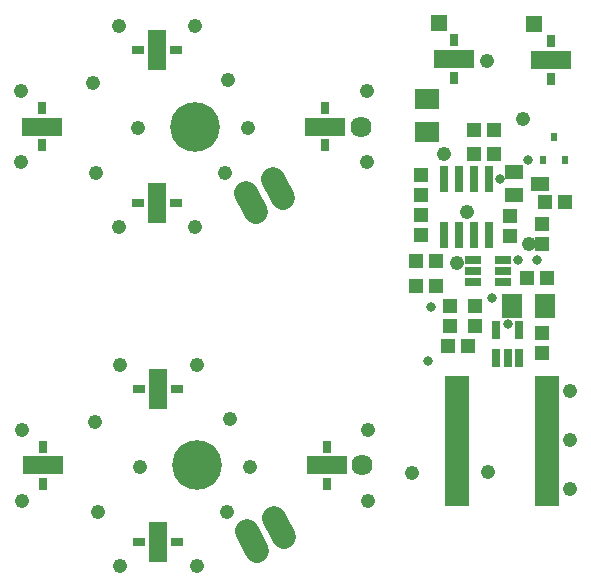
<source format=gts>
G75*
G70*
%OFA0B0*%
%FSLAX24Y24*%
%IPPOS*%
%LPD*%
%AMOC8*
5,1,8,0,0,1.08239X$1,22.5*
%
%ADD10C,0.1655*%
%ADD11C,0.0705*%
%ADD12R,0.1379X0.0592*%
%ADD13R,0.0277X0.0434*%
%ADD14R,0.0592X0.1379*%
%ADD15R,0.0434X0.0277*%
%ADD16C,0.0789*%
%ADD17R,0.0300X0.0600*%
%ADD18R,0.0710X0.0789*%
%ADD19R,0.0790X0.0710*%
%ADD20R,0.0220X0.0285*%
%ADD21R,0.0225X0.0285*%
%ADD22R,0.0580X0.0300*%
%ADD23R,0.0513X0.0474*%
%ADD24R,0.0474X0.0513*%
%ADD25C,0.0330*%
%ADD26R,0.0631X0.0474*%
%ADD27R,0.0300X0.0860*%
%ADD28R,0.0830X0.4330*%
%ADD29C,0.0476*%
%ADD30R,0.0580X0.0580*%
D10*
X007116Y010493D03*
X007077Y021792D03*
D11*
X012588Y021792D03*
X012627Y010493D03*
D12*
X011446Y010493D03*
X001997Y010493D03*
X001958Y021792D03*
X011407Y021792D03*
X015679Y024052D03*
X018939Y024002D03*
D13*
X018939Y023372D03*
X018939Y024632D03*
X015679Y024682D03*
X015679Y023422D03*
X011407Y022422D03*
X011407Y021163D03*
X011446Y011123D03*
X011446Y009863D03*
X001997Y009863D03*
X001997Y011123D03*
X001958Y021163D03*
X001958Y022422D03*
D14*
X005797Y024351D03*
X005797Y019233D03*
X005836Y013052D03*
X005836Y007934D03*
D15*
X006466Y007934D03*
X005206Y007934D03*
X005206Y013052D03*
X006466Y013052D03*
X006426Y019233D03*
X005167Y019233D03*
X005167Y024351D03*
X006426Y024351D03*
D16*
X009670Y020030D02*
X009981Y019393D01*
X009082Y018955D02*
X008771Y019592D01*
X009710Y008731D02*
X010020Y008094D01*
X009121Y007656D02*
X008811Y008293D01*
D17*
X017109Y014092D03*
X017479Y014092D03*
X017849Y014092D03*
X017849Y015012D03*
X017109Y015012D03*
D18*
X017618Y015822D03*
X018720Y015822D03*
D19*
X014779Y021593D03*
X014779Y022712D03*
D20*
X019029Y021452D03*
D21*
X018658Y020677D03*
X019401Y020677D03*
D22*
X017339Y017342D03*
X017339Y016972D03*
X017339Y016602D03*
X016319Y016602D03*
X016319Y016972D03*
X016319Y017342D03*
D23*
X015104Y016492D03*
X015549Y015797D03*
X015549Y015128D03*
X016389Y015138D03*
X016389Y015807D03*
X018135Y016732D03*
X018804Y016732D03*
X018639Y017878D03*
X018639Y018547D03*
X014599Y019498D03*
X014599Y020167D03*
X014435Y016492D03*
D24*
X014435Y017322D03*
X015104Y017322D03*
X014609Y018178D03*
X014609Y018847D03*
X016355Y020872D03*
X017024Y020872D03*
X017024Y021692D03*
X016355Y021692D03*
X018725Y019262D03*
X019394Y019262D03*
X017569Y018797D03*
X017569Y018128D03*
X018619Y014907D03*
X018619Y014238D03*
X016174Y014462D03*
X015505Y014462D03*
D25*
X014819Y013982D03*
X014919Y015792D03*
X016949Y016092D03*
X017499Y015212D03*
X017839Y017342D03*
X018469Y017332D03*
X017229Y020042D03*
X018159Y020682D03*
D26*
X017706Y020266D03*
X017706Y019518D03*
X018572Y019892D03*
D27*
X016849Y020042D03*
X016349Y020042D03*
X015849Y020042D03*
X015349Y020042D03*
X015349Y018182D03*
X015849Y018182D03*
X016349Y018182D03*
X016849Y018182D03*
D28*
X015804Y011322D03*
X018804Y011322D03*
D29*
X004556Y007147D03*
X003816Y008956D03*
X005216Y010456D03*
X003716Y011956D03*
X004556Y013840D03*
X007115Y013840D03*
X008216Y012056D03*
X008885Y010456D03*
X008116Y008956D03*
X007115Y007147D03*
X012824Y009312D03*
X014299Y010252D03*
X012824Y011674D03*
X016819Y010282D03*
X019549Y009722D03*
X019549Y011347D03*
X019549Y012972D03*
X015809Y017232D03*
X016139Y018932D03*
X015349Y020892D03*
X012785Y020611D03*
X012785Y022974D03*
X008845Y021755D03*
X008077Y020255D03*
X007076Y018446D03*
X004517Y018446D03*
X003777Y020255D03*
X005177Y021755D03*
X003677Y023255D03*
X004517Y025139D03*
X007076Y025139D03*
X008177Y023355D03*
X001269Y022974D03*
X001269Y020611D03*
X001308Y011674D03*
X001308Y009312D03*
X016779Y023992D03*
X017999Y022032D03*
X018209Y017872D03*
D30*
X018349Y025222D03*
X015199Y025252D03*
M02*

</source>
